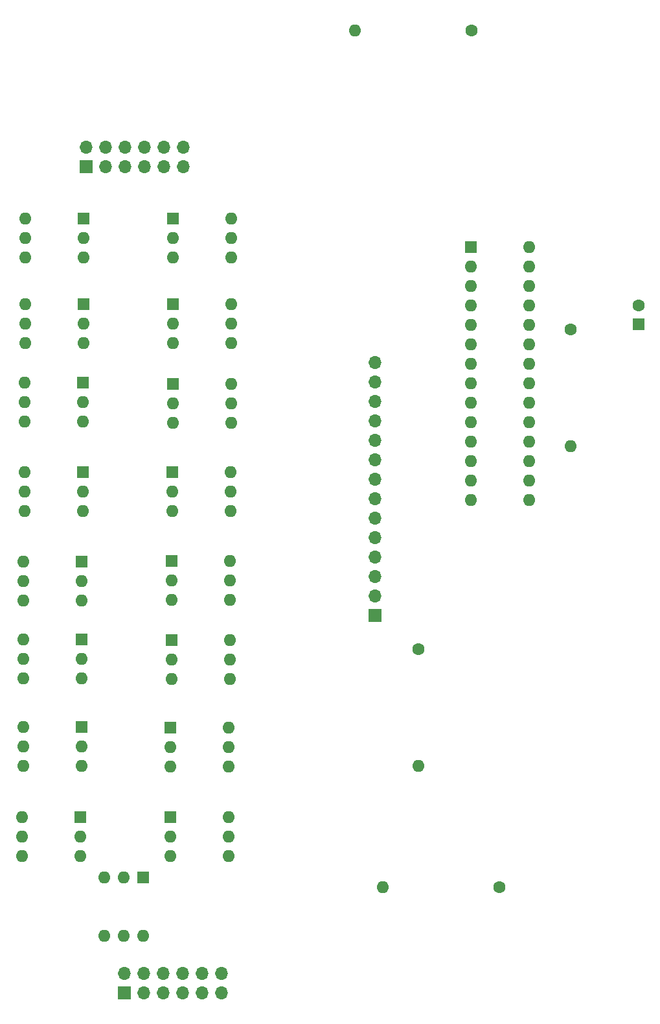
<source format=gbr>
%TF.GenerationSoftware,KiCad,Pcbnew,(5.1.9-0-10_14)*%
%TF.CreationDate,2021-02-14T15:56:36+00:00*%
%TF.ProjectId,solar_mux_1,736f6c61-725f-46d7-9578-5f312e6b6963,rev?*%
%TF.SameCoordinates,Original*%
%TF.FileFunction,Soldermask,Bot*%
%TF.FilePolarity,Negative*%
%FSLAX46Y46*%
G04 Gerber Fmt 4.6, Leading zero omitted, Abs format (unit mm)*
G04 Created by KiCad (PCBNEW (5.1.9-0-10_14)) date 2021-02-14 15:56:36*
%MOMM*%
%LPD*%
G01*
G04 APERTURE LIST*
%ADD10R,1.600000X1.600000*%
%ADD11C,1.600000*%
%ADD12R,1.700000X1.700000*%
%ADD13O,1.700000X1.700000*%
%ADD14O,1.600000X1.600000*%
G04 APERTURE END LIST*
D10*
%TO.C,C1*%
X-185039000Y-124079000D03*
D11*
X-185039000Y-121579000D03*
%TD*%
D12*
%TO.C,J1*%
X-219456000Y-162052000D03*
D13*
X-219456000Y-159512000D03*
X-219456000Y-156972000D03*
X-219456000Y-154432000D03*
X-219456000Y-151892000D03*
X-219456000Y-149352000D03*
X-219456000Y-146812000D03*
X-219456000Y-144272000D03*
X-219456000Y-141732000D03*
X-219456000Y-139192000D03*
X-219456000Y-136652000D03*
X-219456000Y-134112000D03*
X-219456000Y-131572000D03*
X-219456000Y-129032000D03*
%TD*%
D12*
%TO.C,J2*%
X-252272800Y-211378800D03*
D13*
X-252272800Y-208838800D03*
X-249732800Y-211378800D03*
X-249732800Y-208838800D03*
X-247192800Y-211378800D03*
X-247192800Y-208838800D03*
X-244652800Y-211378800D03*
X-244652800Y-208838800D03*
X-242112800Y-211378800D03*
X-242112800Y-208838800D03*
X-239572800Y-211378800D03*
X-239572800Y-208838800D03*
%TD*%
%TO.C,J3*%
X-244500400Y-100939600D03*
X-244500400Y-103479600D03*
X-247040400Y-100939600D03*
X-247040400Y-103479600D03*
X-249580400Y-100939600D03*
X-249580400Y-103479600D03*
X-252120400Y-100939600D03*
X-252120400Y-103479600D03*
X-254660400Y-100939600D03*
X-254660400Y-103479600D03*
X-257200400Y-100939600D03*
D12*
X-257200400Y-103479600D03*
%TD*%
D11*
%TO.C,R1*%
X-206883000Y-85725000D03*
D14*
X-222123000Y-85725000D03*
%TD*%
%TO.C,R2*%
X-213817200Y-181737000D03*
D11*
X-213817200Y-166497000D03*
%TD*%
D14*
%TO.C,R3*%
X-193929000Y-139954000D03*
D11*
X-193929000Y-124714000D03*
%TD*%
%TO.C,R4*%
X-203250800Y-197535800D03*
D14*
X-218490800Y-197535800D03*
%TD*%
%TO.C,U1*%
X-265176000Y-110236000D03*
X-257556000Y-115316000D03*
X-265176000Y-112776000D03*
X-257556000Y-112776000D03*
X-265176000Y-115316000D03*
D10*
X-257556000Y-110236000D03*
%TD*%
%TO.C,U2*%
X-257556000Y-121412000D03*
D14*
X-265176000Y-126492000D03*
X-257556000Y-123952000D03*
X-265176000Y-123952000D03*
X-257556000Y-126492000D03*
X-265176000Y-121412000D03*
%TD*%
%TO.C,U3*%
X-265303000Y-131699000D03*
X-257683000Y-136779000D03*
X-265303000Y-134239000D03*
X-257683000Y-134239000D03*
X-265303000Y-136779000D03*
D10*
X-257683000Y-131699000D03*
%TD*%
%TO.C,U4*%
X-257619500Y-143383000D03*
D14*
X-265239500Y-148463000D03*
X-257619500Y-145923000D03*
X-265239500Y-145923000D03*
X-257619500Y-148463000D03*
X-265239500Y-143383000D03*
%TD*%
%TO.C,U5*%
X-265430000Y-155003500D03*
X-257810000Y-160083500D03*
X-265430000Y-157543500D03*
X-257810000Y-157543500D03*
X-265430000Y-160083500D03*
D10*
X-257810000Y-155003500D03*
%TD*%
%TO.C,U6*%
X-257810000Y-165227000D03*
D14*
X-265430000Y-170307000D03*
X-257810000Y-167767000D03*
X-265430000Y-167767000D03*
X-257810000Y-170307000D03*
X-265430000Y-165227000D03*
%TD*%
D10*
%TO.C,U7*%
X-257810000Y-176657000D03*
D14*
X-265430000Y-181737000D03*
X-257810000Y-179197000D03*
X-265430000Y-179197000D03*
X-257810000Y-181737000D03*
X-265430000Y-176657000D03*
%TD*%
%TO.C,U10*%
X-265633200Y-188417200D03*
X-258013200Y-193497200D03*
X-265633200Y-190957200D03*
X-258013200Y-190957200D03*
X-265633200Y-193497200D03*
D10*
X-258013200Y-188417200D03*
%TD*%
D14*
%TO.C,U11*%
X-238252000Y-110236000D03*
X-245872000Y-115316000D03*
X-238252000Y-112776000D03*
X-245872000Y-112776000D03*
X-238252000Y-115316000D03*
D10*
X-245872000Y-110236000D03*
%TD*%
%TO.C,U12*%
X-245872000Y-121412000D03*
D14*
X-238252000Y-126492000D03*
X-245872000Y-123952000D03*
X-238252000Y-123952000D03*
X-245872000Y-126492000D03*
X-238252000Y-121412000D03*
%TD*%
%TO.C,U13*%
X-238252000Y-131826000D03*
X-245872000Y-136906000D03*
X-238252000Y-134366000D03*
X-245872000Y-134366000D03*
X-238252000Y-136906000D03*
D10*
X-245872000Y-131826000D03*
%TD*%
%TO.C,U14*%
X-245999000Y-143383000D03*
D14*
X-238379000Y-148463000D03*
X-245999000Y-145923000D03*
X-238379000Y-145923000D03*
X-245999000Y-148463000D03*
X-238379000Y-143383000D03*
%TD*%
%TO.C,U15*%
X-238442500Y-154940000D03*
X-246062500Y-160020000D03*
X-238442500Y-157480000D03*
X-246062500Y-157480000D03*
X-238442500Y-160020000D03*
D10*
X-246062500Y-154940000D03*
%TD*%
%TO.C,U16*%
X-246062500Y-165290500D03*
D14*
X-238442500Y-170370500D03*
X-246062500Y-167830500D03*
X-238442500Y-167830500D03*
X-246062500Y-170370500D03*
X-238442500Y-165290500D03*
%TD*%
D10*
%TO.C,U17*%
X-246227600Y-176733200D03*
D14*
X-238607600Y-181813200D03*
X-246227600Y-179273200D03*
X-238607600Y-179273200D03*
X-246227600Y-181813200D03*
X-238607600Y-176733200D03*
%TD*%
%TO.C,U20*%
X-238607600Y-188366400D03*
X-246227600Y-193446400D03*
X-238607600Y-190906400D03*
X-246227600Y-190906400D03*
X-238607600Y-193446400D03*
D10*
X-246227600Y-188366400D03*
%TD*%
%TO.C,U21*%
X-249783600Y-196265800D03*
D14*
X-254863600Y-203885800D03*
X-252323600Y-196265800D03*
X-252323600Y-203885800D03*
X-254863600Y-196265800D03*
X-249783600Y-203885800D03*
%TD*%
D10*
%TO.C,U22*%
X-206938880Y-113979960D03*
D14*
X-199318880Y-146999960D03*
X-206938880Y-116519960D03*
X-199318880Y-144459960D03*
X-206938880Y-119059960D03*
X-199318880Y-141919960D03*
X-206938880Y-121599960D03*
X-199318880Y-139379960D03*
X-206938880Y-124139960D03*
X-199318880Y-136839960D03*
X-206938880Y-126679960D03*
X-199318880Y-134299960D03*
X-206938880Y-129219960D03*
X-199318880Y-131759960D03*
X-206938880Y-131759960D03*
X-199318880Y-129219960D03*
X-206938880Y-134299960D03*
X-199318880Y-126679960D03*
X-206938880Y-136839960D03*
X-199318880Y-124139960D03*
X-206938880Y-139379960D03*
X-199318880Y-121599960D03*
X-206938880Y-141919960D03*
X-199318880Y-119059960D03*
X-206938880Y-144459960D03*
X-199318880Y-116519960D03*
X-206938880Y-146999960D03*
X-199318880Y-113979960D03*
%TD*%
M02*

</source>
